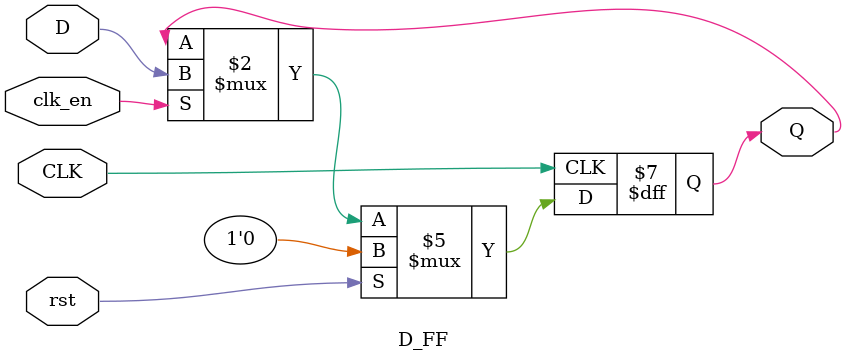
<source format=v>
module D_FF(D, rst, clk_en, CLK, Q);

parameter WIDTH = 1;
input rst, CLK, clk_en; 
input [WIDTH-1: 0] D;
output reg [WIDTH-1: 0] Q;

always @(posedge CLK) begin
    
    if(rst)begin
        Q <= 0; 
    end
    else if(clk_en) begin
        Q <= D;
    end

end

endmodule
</source>
